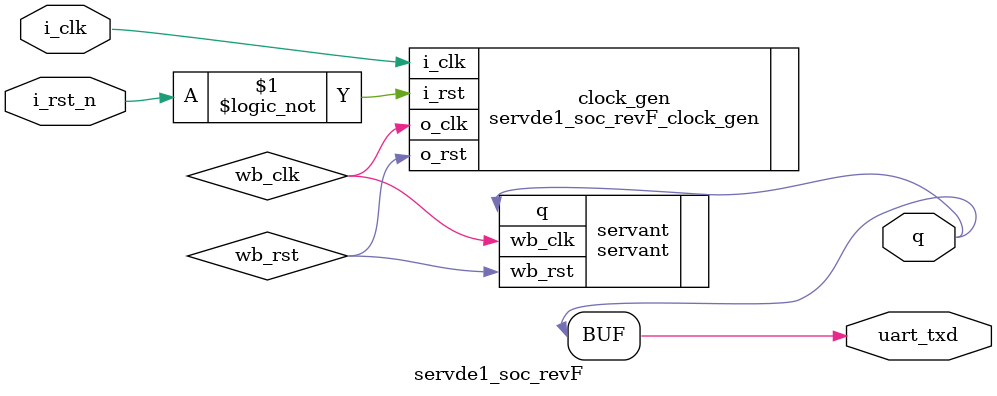
<source format=v>
`default_nettype none
module servde1_soc_revF
(
 input wire 	   i_clk,
 input wire 	   i_rst_n,
 output wire 	   q,
 output wire 	   uart_txd);

   parameter memfile = "zephyr_hello.hex";
   parameter memsize = 8192;

   wire      wb_clk;
   wire      wb_rst;

   assign uart_txd = q;

   servde1_soc_revF_clock_gen clock_gen
     (.i_clk (i_clk),
      .i_rst (!i_rst_n),
      .o_clk (wb_clk),
      .o_rst (wb_rst));

   servant
     #(.memfile (memfile),
       .memsize (memsize))
   servant
     (.wb_clk (wb_clk),
      .wb_rst (wb_rst),
      .q      (q));

endmodule

</source>
